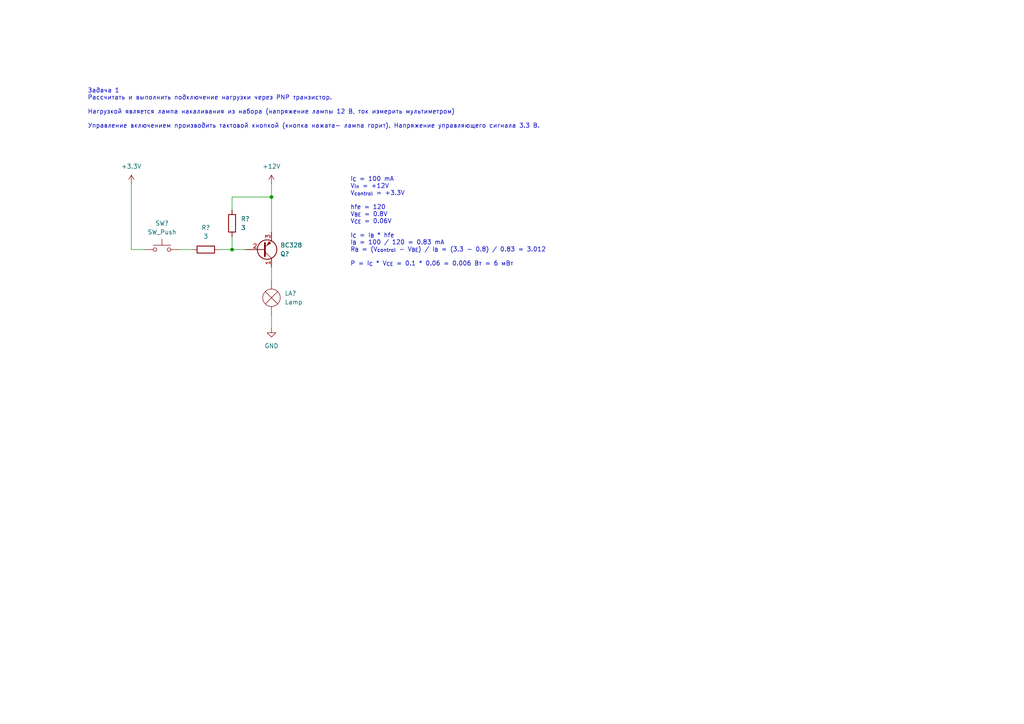
<source format=kicad_sch>
(kicad_sch (version 20231120) (generator "eeschema") (generator_version "8.0")
  (paper "A4")
  (lib_symbols
    (symbol "Device:Lamp" (pin_numbers hide) (pin_names (offset 0.0254) hide)
      (property "Reference" "LA" (at 0.635 3.81 0))
      (property "Value" "Lamp" (at 0.635 -3.81 0))
      (symbol "Lamp_0_1"
        (polyline (pts (xy -1.778 1.778) (xy 1.778 -1.778)))
        (polyline (pts (xy 1.778 1.778) (xy -1.778 -1.778)))
        (circle (center 0 0) (radius 2.54))
      )
      (symbol "Lamp_1_1"
        (pin passive line (at 0 -5.08 90) (length 2.54) (name "-") (number "1"))
        (pin passive line (at 0 5.08 270) (length 2.54) (name "+") (number "2"))
      )
    )
    (symbol "Device:R" (pin_numbers hide) (pin_names (offset 0))
      (property "Reference" "R" (at 2.032 0 90))
      (property "Value" "R" (at 0 0 90))
      (symbol "R_0_1"
        (rectangle (start -1.016 -2.54) (end 1.016 2.54) (stroke (width 0.254)))
      )
      (symbol "R_1_1"
        (pin passive line (at 0 3.81 270) (length 1.27) (name "~") (number "1"))
        (pin passive line (at 0 -3.81 90) (length 1.27) (name "~") (number "2"))
      )
    )
    (symbol "Switch:SW_Push" (pin_numbers hide) (pin_names (offset 1.016) hide)
      (property "Reference" "SW" (at 1.27 2.54 0))
      (property "Value" "SW_Push" (at 0 -1.524 0))
      (symbol "SW_Push_0_1"
        (circle (center -2.032 0) (radius 0.508))
        (polyline (pts (xy 0 1.27) (xy 0 3.048)))
        (polyline (pts (xy 2.54 1.27) (xy -2.54 1.27)))
        (circle (center 2.032 0) (radius 0.508))
        (pin passive line (at -5.08 0 0) (length 2.54) (name "1") (number "1"))
        (pin passive line (at 5.08 0 180) (length 2.54) (name "2") (number "2"))
      )
    )
    (symbol "Transistor_BJT:BC328" (pin_names (offset 0) hide)
      (property "Reference" "Q" (at 5.08 1.905 0))
      (property "Value" "BC328" (at 5.08 0 0))
      (symbol "BC328_0_1"
        (polyline (pts (xy 0.635 0.635) (xy 2.54 2.54)))
        (polyline (pts (xy 0.635 -0.635) (xy 2.54 -2.54) (xy 2.54 -2.54)))
        (polyline (pts (xy 0.635 1.905) (xy 0.635 -1.905) (xy 0.635 -1.905)) (stroke (width 0.508)))
        (polyline (pts (xy 2.286 -1.778) (xy 1.778 -2.286) (xy 1.27 -1.27) (xy 2.286 -1.778) (xy 2.286 -1.778)) (fill (type outline)))
        (circle (center 1.27 0) (radius 2.8194) (stroke (width 0.254)))
      )
      (symbol "BC328_1_1"
        (pin passive line (at 2.54 5.08 270) (length 2.54) (name "C") (number "1"))
        (pin input line (at -5.08 0 0) (length 5.715) (name "B") (number "2"))
        (pin passive line (at 2.54 -5.08 90) (length 2.54) (name "E") (number "3"))
      )
    )
    (symbol "power:+3.3V" (power) (pin_numbers hide) (pin_names (offset 0) hide)
      (property "Value" "+3.3V" (at 0 3.556 0))
      (symbol "+3.3V_0_1"
        (polyline (pts (xy -0.762 1.27) (xy 0 2.54)))
        (polyline (pts (xy 0 0) (xy 0 2.54)))
        (polyline (pts (xy 0 2.54) (xy 0.762 1.27)))
      )
      (symbol "+3.3V_1_1"
        (pin power_in line (at 0 0 90) (length 0) (name "~") (number "1"))
      )
    )
    (symbol "power:GND" (power) (pin_numbers hide) (pin_names (offset 0) hide)
      (property "Value" "GND" (at 0 -3.81 0))
      (symbol "GND_0_1"
        (polyline (pts (xy 0 0) (xy 0 -1.27) (xy 1.27 -1.27) (xy 0 -2.54) (xy -1.27 -1.27) (xy 0 -1.27)))
      )
      (symbol "GND_1_1"
        (pin power_in line (at 0 0 270) (length 0) (name "~") (number "1"))
      )
    )
  )
  (junction (at 67.31 72.39))
  (junction (at 78.74 57.15))
  (wire (pts (xy 67.31 72.39) (xy 71.12 72.39)))
  (wire (pts (xy 78.74 57.15) (xy 78.74 67.31)))
  (wire (pts (xy 63.5 72.39) (xy 67.31 72.39)))
  (wire (pts (xy 67.31 60.96) (xy 67.31 57.15)))
  (wire (pts (xy 52.07 72.39) (xy 55.88 72.39)))
  (wire (pts (xy 38.1 72.39) (xy 41.91 72.39)))
  (wire (pts (xy 78.74 81.28) (xy 78.74 77.47)))
  (wire (pts (xy 78.74 53.34) (xy 78.74 57.15)))
  (wire (pts (xy 78.74 91.44) (xy 78.74 95.25)))
  (wire (pts (xy 38.1 72.39) (xy 38.1 53.34)))
  (wire (pts (xy 67.31 57.15) (xy 78.74 57.15)))
  (wire (pts (xy 67.31 68.58) (xy 67.31 72.39)))
  (text "Задача 1\nРассчитать и выполнить подключение нагрузки через PNP транзистор.\n\nНагрузкой является лампа накаливания из набора (напряжение лампы 12 В, ток измерить мультиметром)\n\nУправление включением производить тактовой кнопкой (кнопка нажата- лампа горит). Напряжение управляющего сигнала 3.3 В.\n" (at 25.4 25.654 0) (effects (font (size 1.27 1.27)) (justify left top)))
  (text "I_{C} = 100 mA\nV_{in} = +12V\nV_{control} = +3.3V\n\nhfe = 120\nV_{BE} = 0.8V\nV_{CE} = 0.06V\n\nI_{C} = I_{B} * hfe\nI_{B} = 100 / 120 = 0.83 mA\nR_{B} = (V_{control} - V_{BE}) / I_{B} = (3.3 - 0.8) / 0.83 = 3.012\n\nP = I_{C} * V_{CE} = 0.1 * 0.06 = 0.006 Вт = 6 мВт\n\n" (at 101.6 51.308 0) (effects (font (size 1.27 1.27)) (justify left top)))
  (symbol (lib_id "Switch:SW_Push") (at 46.99 72.39 0) (unit 1)
    (property "Reference" "SW?" (at 46.99 64.77 0))
    (property "Value" "SW_Push" (at 46.99 67.31 0))
    (property "Description" "Push button switch, generic, two pins" (effects (hide yes)))
  )
  (symbol (lib_id "Device:R") (at 67.31 64.77 180) (unit 1)
    (property "Reference" "R?" (at 69.85 63.4999 0) (effects (justify right)))
    (property "Value" "3" (at 69.85 66.0399 0) (effects (justify right)))
    (property "Description" "Resistor" (effects (hide yes)))
  )
  (symbol (lib_id "power:+3.3V") (at 78.74 53.34 0) (unit 1)
    (property "Reference" "#PWR?" (effects (hide yes)))
    (property "Value" "+12V" (at 78.74 48.26 0))
    (property "Description" "Power symbol creates a global label with name \"+3.3V\"" (effects (hide yes)))
  )
  (symbol (lib_id "power:GND") (at 78.74 95.25 0) (unit 1)
    (property "Reference" "#PWR?" (effects (hide yes)))
    (property "Value" "GND" (at 78.74 100.33 0))
    (property "Description" "Power symbol creates a global label with name \"GND\" , ground" (effects (hide yes)))
  )
  (symbol (lib_id "Device:R") (at 59.69 72.39 90) (unit 1)
    (property "Reference" "R?" (at 59.69 66.04 90))
    (property "Value" "3" (at 59.69 68.58 90))
    (property "Description" "Resistor" (effects (hide yes)))
  )
  (symbol (lib_id "power:+3.3V") (at 38.1 53.34 0) (unit 1)
    (property "Reference" "#PWR?" (effects (hide yes)))
    (property "Value" "+3.3V" (at 38.1 48.26 0))
    (property "Description" "Power symbol creates a global label with name \"+3.3V\"" (effects (hide yes)))
  )
  (symbol (lib_id "Transistor_BJT:BC328") (at 76.2 72.39 0) (mirror x) (unit 1)
    (property "Reference" "Q?" (at 81.28 73.6601 0) (effects (justify left)))
    (property "Value" "BC328" (at 81.28 71.1201 0) (effects (justify left)))
    (property "Footprint" "Package_TO_SOT_THT:TO-92_Inline" (effects (hide yes)))
    (property "Datasheet" "http://www.redrok.com/PNP_BC327_-45V_-800mA_0.625W_Hfe100_TO-92.pdf" (effects (hide yes)))
    (property "Description" "0.8A Ic, 25V Vce, PNP Transistor, TO-92" (effects (hide yes)))
  )
  (symbol (lib_id "Device:Lamp") (at 78.74 86.36 0) (unit 1)
    (property "Reference" "LA?" (at 82.55 85.0899 0) (effects (justify left)))
    (property "Value" "Lamp" (at 82.55 87.6299 0) (effects (justify left)))
    (property "Description" "Lamp" (effects (hide yes)))
  )
)
</source>
